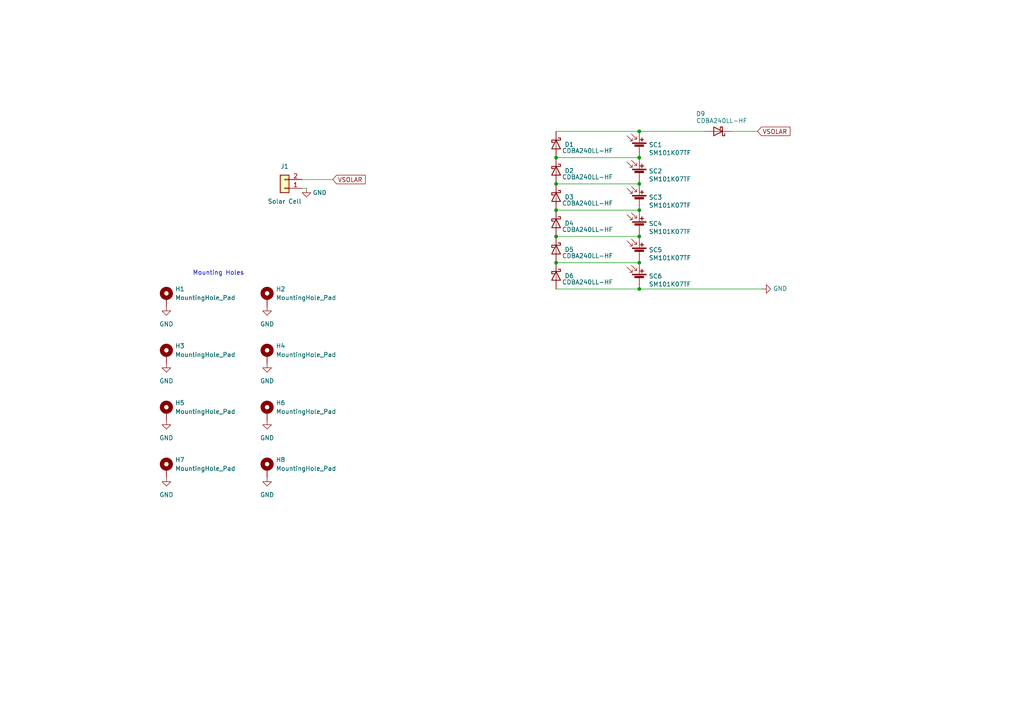
<source format=kicad_sch>
(kicad_sch (version 20211123) (generator eeschema)
  (paper "A4")
  (title_block (title "Solar Cell PCB - usb side") (date "2022-12-31") (rev "2"))
  (lib_symbols
    (symbol "Connector_Generic:Conn_01x02" (pin_names (offset 1.016) hide)
      (property "Reference" "J" (at 0 2.54 0))
      (property "Value" "Conn_01x02" (at 0 -5.08 0))
      (symbol "Conn_01x02_1_1"
        (rectangle (start -1.27 -2.413) (end 0 -2.667) (stroke (width 0.1524)))
        (rectangle (start -1.27 0.127) (end 0 -0.127) (stroke (width 0.1524)))
        (rectangle (start -1.27 1.27) (end 1.27 -3.81) (stroke (width 0.254)) (fill (type background)))
        (pin passive line (at -5.08 0 0) (length 3.81) (name "Pin_1") (number "1"))
        (pin passive line (at -5.08 -2.54 0) (length 3.81) (name "Pin_2") (number "2"))
      )
    )
    (symbol "Device:D_Schottky" (pin_numbers hide) (pin_names (offset 1.016) hide)
      (property "Reference" "D" (at 0 2.54 0))
      (property "Value" "D_Schottky" (at 0 -2.54 0))
      (symbol "D_Schottky_0_1"
        (polyline (pts (xy 1.27 0) (xy -1.27 0)))
        (polyline (pts (xy 1.27 1.27) (xy 1.27 -1.27) (xy -1.27 0) (xy 1.27 1.27)) (stroke (width 0.254)))
        (polyline (pts (xy -1.905 0.635) (xy -1.905 1.27) (xy -1.27 1.27) (xy -1.27 -1.27) (xy -0.635 -1.27) (xy -0.635 -0.635)) (stroke (width 0.254)))
      )
      (symbol "D_Schottky_1_1"
        (pin passive line (at -3.81 0 0) (length 2.54) (name "K") (number "1"))
        (pin passive line (at 3.81 0 180) (length 2.54) (name "A") (number "2"))
      )
    )
    (symbol "Device:Solar_Cell" (pin_numbers hide) (pin_names (offset 0) hide)
      (property "Reference" "SC" (at 2.54 2.54 0))
      (property "Value" "Solar_Cell" (at 2.54 0 0))
      (symbol "Solar_Cell_0_1"
        (rectangle (start -2.032 1.778) (end 2.032 1.524) (fill (type outline)))
        (rectangle (start -1.3208 1.1938) (end 1.27 0.6858) (fill (type outline)))
        (polyline (pts (xy -2.032 2.286) (xy -3.556 3.81)))
        (polyline (pts (xy -0.762 2.794) (xy -2.286 4.318)))
        (polyline (pts (xy 0 0.762) (xy 0 0)))
        (polyline (pts (xy 0 1.778) (xy 0 2.54)))
        (polyline (pts (xy 0.254 2.667) (xy 1.27 2.667)) (stroke (width 0.254)))
        (polyline (pts (xy 0.762 3.175) (xy 0.762 2.159)) (stroke (width 0.254)))
        (polyline (pts (xy -2.032 3.048) (xy -2.032 2.286) (xy -2.794 2.286)))
        (polyline (pts (xy -0.762 3.556) (xy -0.762 2.794) (xy -1.524 2.794)))
      )
      (symbol "Solar_Cell_1_1"
        (pin passive line (at 0 5.08 270) (length 2.54) (name "+") (number "1"))
        (pin passive line (at 0 -2.54 90) (length 2.54) (name "-") (number "2"))
      )
    )
    (symbol "Mechanical:MountingHole_Pad" (pin_numbers hide) (pin_names (offset 1.016) hide)
      (property "Reference" "H" (at 0 6.35 0))
      (property "Value" "MountingHole_Pad" (at 0 4.445 0))
      (symbol "MountingHole_Pad_0_1"
        (circle (center 0 1.27) (radius 1.27) (stroke (width 1.27)))
      )
      (symbol "MountingHole_Pad_1_1"
        (pin input line (at 0 -2.54 90) (length 2.54) (name "1") (number "1"))
      )
    )
    (symbol "power:GND" (power) (pin_names (offset 0))
      (property "Value" "GND" (at 0 -3.81 0))
      (symbol "GND_0_1"
        (polyline (pts (xy 0 0) (xy 0 -1.27) (xy 1.27 -1.27) (xy 0 -2.54) (xy -1.27 -1.27) (xy 0 -1.27)))
      )
      (symbol "GND_1_1"
        (pin power_in line (at 0 0 270) (length 0) hide (name "GND") (number "1"))
      )
    )
  )
  (junction (at 185.42 68.58))
  (junction (at 185.42 83.82))
  (junction (at 161.29 68.58))
  (junction (at 185.42 76.2))
  (junction (at 161.29 60.96))
  (junction (at 161.29 53.34))
  (junction (at 185.42 60.96))
  (junction (at 185.42 38.1))
  (junction (at 185.42 45.72))
  (junction (at 161.29 76.2))
  (junction (at 185.42 53.34))
  (junction (at 161.29 45.72))
  (wire (pts (xy 161.29 60.96) (xy 185.42 60.96)))
  (wire (pts (xy 161.29 45.72) (xy 185.42 45.72)))
  (wire (pts (xy 161.29 38.1) (xy 185.42 38.1)))
  (wire (pts (xy 161.29 53.34) (xy 185.42 53.34)))
  (wire (pts (xy 204.47 38.1) (xy 185.42 38.1)))
  (wire (pts (xy 161.29 68.58) (xy 185.42 68.58)))
  (wire (pts (xy 161.29 83.82) (xy 185.42 83.82)))
  (wire (pts (xy 212.09 38.1) (xy 219.71 38.1)))
  (wire (pts (xy 185.42 83.82) (xy 220.98 83.82)))
  (wire (pts (xy 161.29 76.2) (xy 185.42 76.2)))
  (wire (pts (xy 96.52 52.07) (xy 87.63 52.07)))
  (wire (pts (xy 88.9 54.61) (xy 87.63 54.61)))
  (text "Mounting Holes" (at 55.88 80.01 0) (effects (font (size 1.27 1.27)) (justify left bottom)))
  (global_label "VSOLAR" (shape input) (at 219.71 38.1 0) (property "Intersheet References" "${INTERSHEET_REFS}" (effects hide)))
  (global_label "VSOLAR" (shape input) (at 96.52 52.07 0) (property "Intersheet References" "${INTERSHEET_REFS}" (effects hide)))
  (symbol (lib_id "power:GND") (at 88.9 54.61 0) (unit 1)
    (property "Reference" "#PWR0102" (effects hide))
    (property "Value" "GND" (at 92.71 55.88 0))
  )
  (symbol (lib_id "Device:D_Schottky") (at 161.29 41.91 270) (unit 1)
    (property "Reference" "D1" (at 165.1 41.91 90))
    (property "Value" "CDBA240LL-HF" (at 177.8 44.45 90) (effects (justify right bottom)))
    (property "Footprint" "ISP:DO-214AC" (effects hide))
  )
  (symbol (lib_id "power:GND") (at 77.47 88.9 0) (unit 1)
    (property "Reference" "#PWR0106" (effects hide))
    (property "Value" "GND" (at 77.47 93.98 0))
  )
  (symbol (lib_id "Device:D_Schottky") (at 161.29 72.39 270) (unit 1)
    (property "Reference" "D5" (at 165.1 72.39 90))
    (property "Value" "CDBA240LL-HF" (at 177.8 74.93 90) (effects (justify right bottom)))
    (property "Footprint" "ISP:DO-214AC" (effects hide))
  )
  (symbol (lib_id "Mechanical:MountingHole_Pad") (at 77.47 119.38 0) (unit 1)
    (property "Reference" "H6" (at 80.01 116.8399 0) (effects (justify left)))
    (property "Value" "MountingHole_Pad" (at 80.01 119.3799 0) (effects (justify left)))
    (property "Footprint" "MountingHole:MountingHole_3.2mm_M3_DIN965_Pad" (effects hide))
  )
  (symbol (lib_id "Device:Solar_Cell") (at 185.42 50.8 0) (unit 1)
    (property "Reference" "SC2" (at 188.1632 49.6316 0) (effects (justify left)))
    (property "Value" "SM101K07TF" (at 188.1632 51.943 0) (effects (justify left)))
    (property "Footprint" "ISP:SM101K07TF" (effects hide))
  )
  (symbol (lib_id "power:GND") (at 77.47 105.41 0) (unit 1)
    (property "Reference" "#PWR0105" (effects hide))
    (property "Value" "GND" (at 77.47 110.49 0))
  )
  (symbol (lib_id "power:GND") (at 220.98 83.82 90) (unit 1)
    (property "Reference" "#PWR0101" (effects hide))
    (property "Value" "GND" (at 224.2312 83.693 90) (effects (justify right)))
  )
  (symbol (lib_id "Connector_Generic:Conn_01x02") (at 82.55 54.61 180) (unit 1)
    (property "Reference" "J1" (at 82.55 48.26 0))
    (property "Value" "Solar Cell" (at 82.55 58.42 0))
    (property "Footprint" "Molex_PicoLock_2p_2mm_2053380002:2053380002" (effects hide))
  )
  (symbol (lib_id "Device:Solar_Cell") (at 185.42 81.28 0) (unit 1)
    (property "Reference" "SC6" (at 188.1632 80.1116 0) (effects (justify left)))
    (property "Value" "SM101K07TF" (at 188.1632 82.423 0) (effects (justify left)))
    (property "Footprint" "ISP:SM101K07TF" (effects hide))
  )
  (symbol (lib_id "power:GND") (at 48.26 138.43 0) (unit 1)
    (property "Reference" "#PWR?" (effects hide))
    (property "Value" "GND" (at 48.26 143.51 0))
  )
  (symbol (lib_id "power:GND") (at 48.26 121.92 0) (unit 1)
    (property "Reference" "#PWR?" (effects hide))
    (property "Value" "GND" (at 48.26 127 0))
  )
  (symbol (lib_id "Mechanical:MountingHole_Pad") (at 77.47 102.87 0) (unit 1)
    (property "Reference" "H4" (at 80.01 100.3299 0) (effects (justify left)))
    (property "Value" "MountingHole_Pad" (at 80.01 102.8699 0) (effects (justify left)))
    (property "Footprint" "MountingHole:MountingHole_3.2mm_M3_DIN965_Pad" (effects hide))
  )
  (symbol (lib_id "power:GND") (at 48.26 88.9 0) (unit 1)
    (property "Reference" "#PWR0104" (effects hide))
    (property "Value" "GND" (at 48.26 93.98 0))
  )
  (symbol (lib_id "Device:Solar_Cell") (at 185.42 73.66 0) (unit 1)
    (property "Reference" "SC5" (at 188.1632 72.4916 0) (effects (justify left)))
    (property "Value" "SM101K07TF" (at 188.1632 74.803 0) (effects (justify left)))
    (property "Footprint" "ISP:SM101K07TF" (effects hide))
  )
  (symbol (lib_id "Mechanical:MountingHole_Pad") (at 48.26 119.38 0) (unit 1)
    (property "Reference" "H5" (at 50.8 116.8399 0) (effects (justify left)))
    (property "Value" "MountingHole_Pad" (at 50.8 119.3799 0) (effects (justify left)))
    (property "Footprint" "MountingHole:MountingHole_3.2mm_M3_DIN965_Pad" (effects hide))
  )
  (symbol (lib_id "power:GND") (at 77.47 121.92 0) (unit 1)
    (property "Reference" "#PWR?" (effects hide))
    (property "Value" "GND" (at 77.47 127 0))
  )
  (symbol (lib_id "Device:D_Schottky") (at 161.29 64.77 270) (unit 1)
    (property "Reference" "D4" (at 165.1 64.77 90))
    (property "Value" "CDBA240LL-HF" (at 177.8 67.31 90) (effects (justify right bottom)))
    (property "Footprint" "ISP:DO-214AC" (effects hide))
  )
  (symbol (lib_id "Device:Solar_Cell") (at 185.42 66.04 0) (unit 1)
    (property "Reference" "SC4" (at 188.1632 64.8716 0) (effects (justify left)))
    (property "Value" "SM101K07TF" (at 188.1632 67.183 0) (effects (justify left)))
    (property "Footprint" "ISP:SM101K07TF" (effects hide))
  )
  (symbol (lib_id "power:GND") (at 48.26 105.41 0) (unit 1)
    (property "Reference" "#PWR0103" (effects hide))
    (property "Value" "GND" (at 48.26 110.49 0))
  )
  (symbol (lib_id "Mechanical:MountingHole_Pad") (at 77.47 135.89 0) (unit 1)
    (property "Reference" "H8" (at 80.01 133.3499 0) (effects (justify left)))
    (property "Value" "MountingHole_Pad" (at 80.01 135.8899 0) (effects (justify left)))
    (property "Footprint" "MountingHole:MountingHole_3.2mm_M3_DIN965_Pad" (effects hide))
  )
  (symbol (lib_id "Device:D_Schottky") (at 161.29 80.01 270) (unit 1)
    (property "Reference" "D6" (at 165.1 80.01 90))
    (property "Value" "CDBA240LL-HF" (at 177.8 82.55 90) (effects (justify right bottom)))
    (property "Footprint" "ISP:DO-214AC" (effects hide))
  )
  (symbol (lib_id "Device:D_Schottky") (at 161.29 49.53 270) (unit 1)
    (property "Reference" "D2" (at 165.1 49.53 90))
    (property "Value" "CDBA240LL-HF" (at 177.8 52.07 90) (effects (justify right bottom)))
    (property "Footprint" "ISP:DO-214AC" (effects hide))
  )
  (symbol (lib_id "Device:D_Schottky") (at 208.28 38.1 180) (unit 1)
    (property "Reference" "D9" (at 203.2 33.02 0))
    (property "Value" "CDBA240LL-HF" (at 201.93 34.29 0) (effects (justify right bottom)))
    (property "Footprint" "ISP:DO-214AC" (effects hide))
  )
  (symbol (lib_id "Mechanical:MountingHole_Pad") (at 77.47 86.36 0) (unit 1)
    (property "Reference" "H2" (at 80.01 83.8199 0) (effects (justify left)))
    (property "Value" "MountingHole_Pad" (at 80.01 86.3599 0) (effects (justify left)))
    (property "Footprint" "MountingHole:MountingHole_3.2mm_M3_DIN965_Pad" (effects hide))
  )
  (symbol (lib_id "Mechanical:MountingHole_Pad") (at 48.26 102.87 0) (unit 1)
    (property "Reference" "H3" (at 50.8 100.3299 0) (effects (justify left)))
    (property "Value" "MountingHole_Pad" (at 50.8 102.8699 0) (effects (justify left)))
    (property "Footprint" "MountingHole:MountingHole_3.2mm_M3_DIN965_Pad" (effects hide))
  )
  (symbol (lib_id "Device:Solar_Cell") (at 185.42 43.18 0) (unit 1)
    (property "Reference" "SC1" (at 188.1632 42.0116 0) (effects (justify left)))
    (property "Value" "SM101K07TF" (at 188.1632 44.323 0) (effects (justify left)))
    (property "Footprint" "ISP:SM101K07TF" (effects hide))
  )
  (symbol (lib_id "power:GND") (at 77.47 138.43 0) (unit 1)
    (property "Reference" "#PWR?" (effects hide))
    (property "Value" "GND" (at 77.47 143.51 0))
  )
  (symbol (lib_id "Mechanical:MountingHole_Pad") (at 48.26 86.36 0) (unit 1)
    (property "Reference" "H1" (at 50.8 83.8199 0) (effects (justify left)))
    (property "Value" "MountingHole_Pad" (at 50.8 86.3599 0) (effects (justify left)))
    (property "Footprint" "MountingHole:MountingHole_3.2mm_M3_DIN965_Pad" (effects hide))
  )
  (symbol (lib_id "Device:D_Schottky") (at 161.29 57.15 270) (unit 1)
    (property "Reference" "D3" (at 165.1 57.15 90))
    (property "Value" "CDBA240LL-HF" (at 177.8 59.69 90) (effects (justify right bottom)))
    (property "Footprint" "ISP:DO-214AC" (effects hide))
  )
  (symbol (lib_id "Mechanical:MountingHole_Pad") (at 48.26 135.89 0) (unit 1)
    (property "Reference" "H7" (at 50.8 133.3499 0) (effects (justify left)))
    (property "Value" "MountingHole_Pad" (at 50.8 135.8899 0) (effects (justify left)))
    (property "Footprint" "MountingHole:MountingHole_3.2mm_M3_DIN965_Pad" (effects hide))
  )
  (symbol (lib_id "Device:Solar_Cell") (at 185.42 58.42 0) (unit 1)
    (property "Reference" "SC3" (at 188.1632 57.2516 0) (effects (justify left)))
    (property "Value" "SM101K07TF" (at 188.1632 59.563 0) (effects (justify left)))
    (property "Footprint" "ISP:SM101K07TF" (effects hide))
  )
)
</source>
